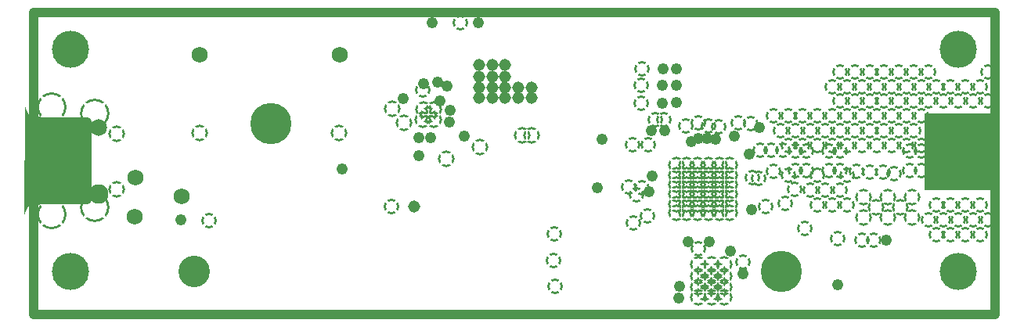
<source format=gbr>
%TF.GenerationSoftware,Altium Limited,Altium Designer,20.0.13 (296)*%
G04 Layer_Physical_Order=2*
G04 Layer_Color=32768*
%FSLAX45Y45*%
%MOMM*%
%TF.FileFunction,Copper,L2,Inr,Plane*%
%TF.Part,Single*%
G01*
G75*
%TA.AperFunction,NonConductor*%
%ADD71C,1.01600*%
%ADD72R,7.60000X8.40000*%
%TA.AperFunction,ComponentPad*%
%ADD73C,3.40600*%
%ADD74C,4.46600*%
%ADD75C,2.11600*%
%ADD76C,1.82600*%
G04:AMPARAMS|DCode=77|XSize=3.234mm|YSize=3.234mm|CornerRadius=0mm|HoleSize=0mm|Usage=FLASHONLY|Rotation=0.000|XOffset=0mm|YOffset=0mm|HoleType=Round|Shape=Relief|Width=0.254mm|Gap=0.254mm|Entries=4|*
%AMTHD77*
7,0,0,3.23400,2.72600,0.25400,45*
%
%ADD77THD77*%
G04:AMPARAMS|DCode=78|XSize=3.204mm|YSize=3.204mm|CornerRadius=0mm|HoleSize=0mm|Usage=FLASHONLY|Rotation=0.000|XOffset=0mm|YOffset=0mm|HoleType=Round|Shape=Relief|Width=0.254mm|Gap=0.254mm|Entries=4|*
%AMTHD78*
7,0,0,3.20400,2.69600,0.25400,45*
%
%ADD78THD78*%
%TA.AperFunction,ViaPad*%
%ADD79C,1.21600*%
%ADD80C,1.31600*%
G04:AMPARAMS|DCode=81|XSize=1.724mm|YSize=1.724mm|CornerRadius=0mm|HoleSize=0mm|Usage=FLASHONLY|Rotation=0.000|XOffset=0mm|YOffset=0mm|HoleType=Round|Shape=Relief|Width=0.254mm|Gap=0.254mm|Entries=4|*
%AMTHD81*
7,0,0,1.72400,1.21600,0.25400,45*
%
%ADD81THD81*%
G04:AMPARAMS|DCode=82|XSize=1.824mm|YSize=1.824mm|CornerRadius=0mm|HoleSize=0mm|Usage=FLASHONLY|Rotation=0.000|XOffset=0mm|YOffset=0mm|HoleType=Round|Shape=Relief|Width=0.254mm|Gap=0.254mm|Entries=4|*
%AMTHD82*
7,0,0,1.82400,1.31600,0.25400,45*
%
%ADD82THD82*%
%ADD83C,1.72720*%
%ADD84C,4.01600*%
G36*
X1507031Y6195735D02*
X1515211Y6157334D01*
X1530726Y6121267D01*
X1552979Y6088919D01*
X1581115Y6061535D01*
X1614053Y6040165D01*
X1650527Y6025632D01*
X1689135Y6018494D01*
X1708778Y6017796D01*
X2173862Y6017153D01*
X2173981Y5174003D01*
X1698877Y5175694D01*
Y5175694D01*
X1679260Y5174464D01*
X1640859Y5166284D01*
X1604792Y5150769D01*
X1572444Y5128516D01*
X1545060Y5100380D01*
X1523690Y5067442D01*
X1509158Y5030969D01*
X1502019Y4992360D01*
X1501321Y4972718D01*
X1505801Y6215352D01*
X1507031Y6195735D01*
D02*
G37*
D71*
X12000000Y3932000D02*
Y7200000D01*
X1600000D02*
X12000000D01*
X1600000D02*
X1600352Y6049054D01*
X1614053Y6040165D01*
X1600628Y5147905D02*
X1604792Y5150769D01*
X1600628Y5147905D02*
X1601000Y3932000D01*
X1614053Y6040165D02*
X1650527Y6025632D01*
X1689135Y6018494D01*
X1708778Y6017796D01*
X2173862Y6017153D01*
X2173981Y5174003D01*
X1698877Y5175694D02*
X2173981Y5174003D01*
X1698877Y5175694D02*
Y5175694D01*
X1679260Y5174464D02*
X1698877Y5175694D01*
X1640859Y5166284D02*
X1679260Y5174464D01*
X1604792Y5150769D02*
X1640859Y5166284D01*
X1601000Y3932000D02*
X12000000D01*
D72*
X11620000Y5690000D02*
D03*
D73*
X3337000Y4400000D02*
D03*
D74*
X4170000Y6000000D02*
D03*
X9690000Y4400000D02*
D03*
D75*
X2302500Y5240000D02*
D03*
D76*
Y5960000D02*
D03*
D77*
X1797500Y5020000D02*
D03*
Y6180000D02*
D03*
D78*
X2264500Y5090000D02*
D03*
Y6110000D02*
D03*
D79*
X6070440Y6404824D02*
D03*
X6000000Y6240000D02*
D03*
X6260000Y5860000D02*
D03*
X5770000Y5650000D02*
D03*
X6410000Y7090000D02*
D03*
X5910000D02*
D03*
X3190000Y4960000D02*
D03*
X9340000Y5670000D02*
D03*
X8680000Y4720000D02*
D03*
X8580000Y4110000D02*
D03*
X8590000Y4240000D02*
D03*
X5970000Y6450000D02*
D03*
X5600000Y6270000D02*
D03*
X5819988Y6429987D02*
D03*
X8910000Y4720000D02*
D03*
X9450000Y5960000D02*
D03*
X9366326Y5066326D02*
D03*
X8550000Y6230000D02*
D03*
Y6410000D02*
D03*
Y6590000D02*
D03*
X8410000D02*
D03*
X8400000Y6220000D02*
D03*
Y6410000D02*
D03*
X9180000Y5860000D02*
D03*
X10300000Y4250000D02*
D03*
X8980000Y5830000D02*
D03*
X8880000Y5840000D02*
D03*
X8790000D02*
D03*
X8423000Y5924000D02*
D03*
X8280000Y5920000D02*
D03*
X5770000Y5850000D02*
D03*
X8290000Y5430000D02*
D03*
X8260000Y5260000D02*
D03*
X7700000Y5300000D02*
D03*
X7750000Y5830000D02*
D03*
X8710000Y5800000D02*
D03*
X6110000Y6140000D02*
D03*
X6098000Y6016000D02*
D03*
X5890100Y5850000D02*
D03*
X4940000Y5510000D02*
D03*
X10820000Y4740000D02*
D03*
X9140000Y4620000D02*
D03*
X9270000Y4370000D02*
D03*
D80*
X5720000Y5100000D02*
D03*
X6420000Y6280000D02*
D03*
X6560000D02*
D03*
X6700000D02*
D03*
X6840000D02*
D03*
X6990000D02*
D03*
X6420000Y6390000D02*
D03*
X6560000D02*
D03*
X6700000D02*
D03*
X6840000D02*
D03*
X6990000D02*
D03*
X6420000Y6510000D02*
D03*
X6560000D02*
D03*
X6700000D02*
D03*
Y6630000D02*
D03*
X6560000D02*
D03*
X6420000D02*
D03*
D81*
X11919995Y6559997D02*
D03*
X11839995Y6399997D02*
D03*
X11919995Y6239997D02*
D03*
X11839995Y5119998D02*
D03*
X11919995Y4959998D02*
D03*
X11839995Y4799998D02*
D03*
X11679995Y6399997D02*
D03*
X11759995Y6239997D02*
D03*
X11679995Y5119998D02*
D03*
X11759995Y4959998D02*
D03*
X11679995Y4799998D02*
D03*
X11519995Y6399997D02*
D03*
X11599995Y6239997D02*
D03*
X11519995Y5119998D02*
D03*
X11599995Y4959998D02*
D03*
X11519995Y4799998D02*
D03*
X11359995Y6399997D02*
D03*
X11439995Y6239997D02*
D03*
X11359995Y5119998D02*
D03*
X11439995Y4959998D02*
D03*
X11359995Y4799998D02*
D03*
X11279995Y6559997D02*
D03*
X11199995Y6399997D02*
D03*
X11279995Y6239997D02*
D03*
X11199995Y6079997D02*
D03*
Y5759998D02*
D03*
X11279995Y4959998D02*
D03*
X11119995Y6559997D02*
D03*
X11039995Y6399997D02*
D03*
X11119995Y6239997D02*
D03*
X11039995Y6079997D02*
D03*
X11119995Y5919998D02*
D03*
X11039995Y5759998D02*
D03*
X10959995Y6559997D02*
D03*
X10879996Y6399997D02*
D03*
X10959995Y6239997D02*
D03*
X10879996Y6079997D02*
D03*
X10959995Y5919998D02*
D03*
X10879996Y5759998D02*
D03*
X10799995Y6559997D02*
D03*
X10719996Y6399997D02*
D03*
X10799995Y6239997D02*
D03*
X10719996Y6079997D02*
D03*
X10799995Y5919998D02*
D03*
X10719996Y5759998D02*
D03*
X10639995Y6559997D02*
D03*
X10559996Y6399997D02*
D03*
X10639995Y6239997D02*
D03*
X10559996Y6079997D02*
D03*
X10639995Y5919998D02*
D03*
X10559996Y5759998D02*
D03*
X10479996Y6559997D02*
D03*
X10399996Y6399997D02*
D03*
X10479996Y6239997D02*
D03*
X10399996Y6079997D02*
D03*
X10479996Y5919998D02*
D03*
X10399996Y5759998D02*
D03*
Y5439998D02*
D03*
Y5119998D02*
D03*
X10319996Y6559997D02*
D03*
X10239996Y6399997D02*
D03*
X10319996Y6239997D02*
D03*
X10239996Y6079997D02*
D03*
X10319996Y5919998D02*
D03*
X10239996Y5759998D02*
D03*
X10319996Y5279998D02*
D03*
X10239996Y5119998D02*
D03*
X10079996Y6079997D02*
D03*
X10159996Y5919998D02*
D03*
X10079996Y5759998D02*
D03*
Y5439998D02*
D03*
X10159996Y5279998D02*
D03*
X10079996Y5119998D02*
D03*
X9919996Y6079997D02*
D03*
X9999996Y5919998D02*
D03*
X9919996Y5759998D02*
D03*
X9999996Y5279998D02*
D03*
X9759996Y6079997D02*
D03*
X9839996Y5919998D02*
D03*
X9759996Y5759998D02*
D03*
Y5439998D02*
D03*
X9599996Y6079997D02*
D03*
X9679996Y5919998D02*
D03*
X6220000Y7090000D02*
D03*
X3500000Y4950000D02*
D03*
X10640000Y5470000D02*
D03*
X9700000Y5710000D02*
D03*
X9600000Y5480000D02*
D03*
X9580000Y5710000D02*
D03*
X9460000D02*
D03*
X10910000Y5460000D02*
D03*
X10790000Y5470000D02*
D03*
X10500000Y5480000D02*
D03*
X11080000Y5490000D02*
D03*
X11200000D02*
D03*
Y5700000D02*
D03*
X11080000D02*
D03*
X10200000Y5490000D02*
D03*
X10320000D02*
D03*
Y5700000D02*
D03*
X10200000D02*
D03*
X9840000D02*
D03*
X9960000D02*
D03*
Y5490000D02*
D03*
X9840000D02*
D03*
X9517235Y5103122D02*
D03*
X5809988Y6359987D02*
D03*
X8790000Y4640000D02*
D03*
X9370000Y5410000D02*
D03*
X9439999Y5402700D02*
D03*
X8180000Y6590000D02*
D03*
X8170000Y6220000D02*
D03*
X10300000Y4750000D02*
D03*
X5470000Y5100000D02*
D03*
X8034000Y5314000D02*
D03*
X8177000Y5304000D02*
D03*
X8076000Y5769600D02*
D03*
X8246000D02*
D03*
X9939600Y4860000D02*
D03*
X8655000Y5969000D02*
D03*
X8786000Y6004600D02*
D03*
X8320000Y6040000D02*
D03*
X8170000Y6410000D02*
D03*
X9270000Y4500000D02*
D03*
X8240000Y5000000D02*
D03*
X10560000Y4740000D02*
D03*
X10690000D02*
D03*
X9830000Y5290000D02*
D03*
X9729367Y5131407D02*
D03*
X9361000Y6001000D02*
D03*
X9222000Y6004000D02*
D03*
X9007000Y5966000D02*
D03*
X8902000Y5971000D02*
D03*
X8420000Y6040000D02*
D03*
X8123000Y5229000D02*
D03*
X8090000Y4920000D02*
D03*
X7238000Y4239000D02*
D03*
X7228000Y4804000D02*
D03*
X7225000Y4516000D02*
D03*
D82*
X10970000Y5090000D02*
D03*
X10710000D02*
D03*
X11100000Y5200000D02*
D03*
X10580000D02*
D03*
X10836000D02*
D03*
X10840000Y4980000D02*
D03*
X11100000D02*
D03*
X10580000D02*
D03*
X8550000Y5550000D02*
D03*
Y5440000D02*
D03*
Y5340000D02*
D03*
Y5240000D02*
D03*
Y5130000D02*
D03*
X8660000Y5030000D02*
D03*
X8780000D02*
D03*
X8900000D02*
D03*
X9020000D02*
D03*
X2500000Y5890000D02*
D03*
Y5290000D02*
D03*
X8660000Y5240000D02*
D03*
X8780000D02*
D03*
X8900000D02*
D03*
X9020000D02*
D03*
X9130000D02*
D03*
Y5130000D02*
D03*
X9020000D02*
D03*
X8900000D02*
D03*
X8780000D02*
D03*
X8660000D02*
D03*
X9130000Y5030000D02*
D03*
X8550000D02*
D03*
X8660000Y5340000D02*
D03*
X8780000D02*
D03*
X8900000D02*
D03*
X9020000D02*
D03*
X9130000D02*
D03*
X8660000Y5440000D02*
D03*
X8780000D02*
D03*
X8900000D02*
D03*
X9020000D02*
D03*
X9130000D02*
D03*
Y5550000D02*
D03*
X9020000D02*
D03*
X8900000D02*
D03*
X8780000D02*
D03*
X8660000D02*
D03*
X9000000Y4170000D02*
D03*
X8860000D02*
D03*
Y4290000D02*
D03*
X9000000D02*
D03*
Y4410000D02*
D03*
X8860000D02*
D03*
X8790000Y4120000D02*
D03*
X9070000D02*
D03*
X8930000D02*
D03*
X8790000Y4230000D02*
D03*
X9070000D02*
D03*
X8930000D02*
D03*
X8790000Y4350000D02*
D03*
X9070000D02*
D03*
X8930000D02*
D03*
X9070000Y4470000D02*
D03*
X8930000D02*
D03*
X8790000D02*
D03*
X5608000Y6003000D02*
D03*
X5481000Y6155000D02*
D03*
X6060000Y5613000D02*
D03*
X6425000Y5743000D02*
D03*
X6881000Y5869000D02*
D03*
X6986000Y5871000D02*
D03*
X5872000Y6095000D02*
D03*
X5813000Y6038000D02*
D03*
X5929000Y6037000D02*
D03*
Y6152000D02*
D03*
X5816000Y6151000D02*
D03*
X4900000Y5900000D02*
D03*
X3400000D02*
D03*
D83*
Y6740000D02*
D03*
X4910000D02*
D03*
X3200000Y5210000D02*
D03*
X2690000Y4990000D02*
D03*
X2700000Y5410000D02*
D03*
D84*
X2000000Y4400000D02*
D03*
X11600000D02*
D03*
Y6800000D02*
D03*
X2000000D02*
D03*
%TF.MD5,7686b6a0d0deb19576dbd1d254c64a21*%
M02*

</source>
